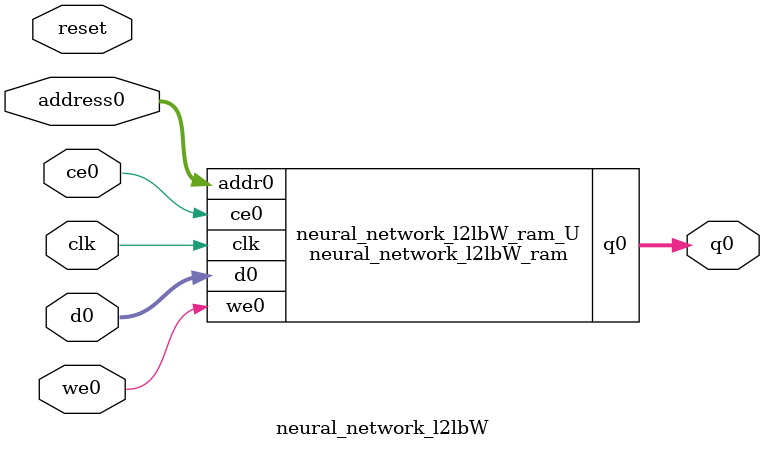
<source format=v>

`timescale 1 ns / 1 ps
module neural_network_l2lbW_ram (addr0, ce0, d0, we0, q0,  clk);

parameter DWIDTH = 16;
parameter AWIDTH = 4;
parameter MEM_SIZE = 10;

input[AWIDTH-1:0] addr0;
input ce0;
input[DWIDTH-1:0] d0;
input we0;
output reg[DWIDTH-1:0] q0;
input clk;

(* ram_style = "distributed" *)reg [DWIDTH-1:0] ram[0:MEM_SIZE-1];




always @(posedge clk)  
begin 
    if (ce0) 
    begin
        if (we0) 
        begin 
            ram[addr0] <= d0; 
            q0 <= d0;
        end 
        else 
            q0 <= ram[addr0];
    end
end


endmodule


`timescale 1 ns / 1 ps
module neural_network_l2lbW(
    reset,
    clk,
    address0,
    ce0,
    we0,
    d0,
    q0);

parameter DataWidth = 32'd16;
parameter AddressRange = 32'd10;
parameter AddressWidth = 32'd4;
input reset;
input clk;
input[AddressWidth - 1:0] address0;
input ce0;
input we0;
input[DataWidth - 1:0] d0;
output[DataWidth - 1:0] q0;



neural_network_l2lbW_ram neural_network_l2lbW_ram_U(
    .clk( clk ),
    .addr0( address0 ),
    .ce0( ce0 ),
    .d0( d0 ),
    .we0( we0 ),
    .q0( q0 ));

endmodule


</source>
